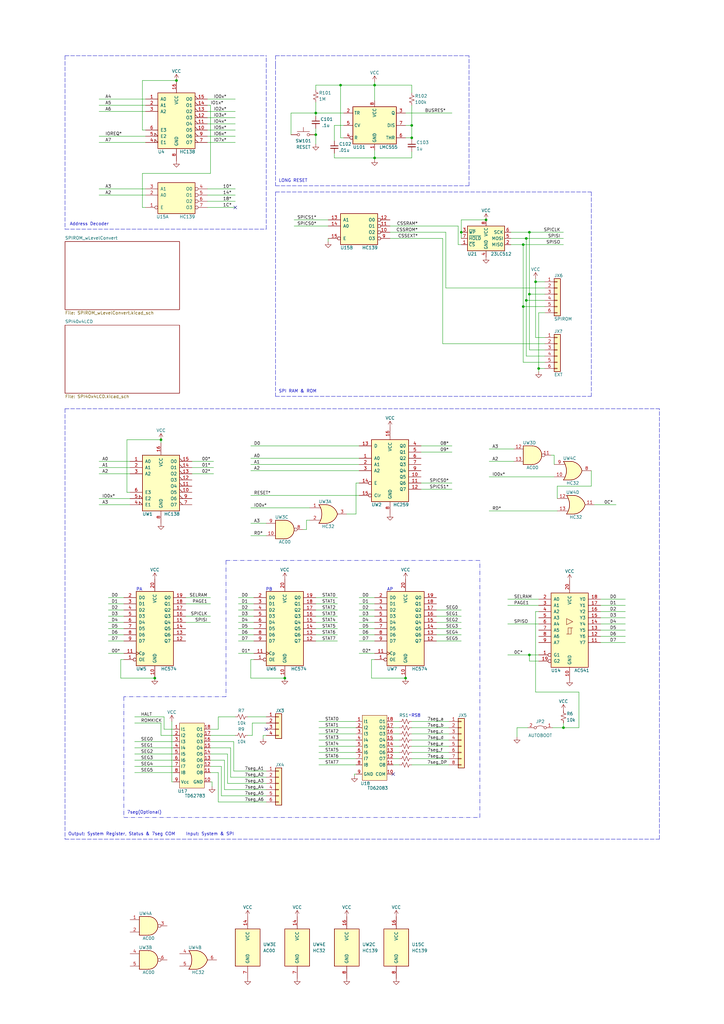
<source format=kicad_sch>
(kicad_sch (version 20211123) (generator eeschema)
  (paper "A3" portrait)
  (junction (at 215.9 123.19))
  (junction (at 66.04 180.34))
  (junction (at 129.54 55.245))
  (junction (at 217.17 120.65))
  (junction (at 72.39 33.02))
  (junction (at 166.37 278.13))
  (junction (at 153.67 34.925))
  (junction (at 215.9 97.79))
  (junction (at 214.63 100.33))
  (junction (at 139.7 34.925))
  (junction (at 217.17 95.25))
  (junction (at 129.54 46.355))
  (junction (at 219.71 115.57))
  (junction (at 231.14 298.45))
  (junction (at 116.84 278.13))
  (junction (at 189.23 95.25))
  (junction (at 199.39 90.17))
  (junction (at 63.5 278.13))
  (junction (at 220.98 151.13))
  (junction (at 217.17 268.605))
  (junction (at 214.63 125.73))
  (junction (at 168.91 56.515))
  (junction (at 168.91 51.435))
  (junction (at 153.67 64.77))
  (no_connect (at 161.29 317.5))
  (no_connect (at 109.22 299.085))
  (no_connect (at 96.52 85.09))
  (wire (pts (xy 189.23 252.73) (xy 179.07 252.73)))
  (wire (pts (xy 109.22 321.31) (xy 93.345 321.31)))
  (wire (pts (xy 85.09 55.88) (xy 96.52 55.88)))
  (wire (pts (xy 130.81 306.07) (xy 146.05 306.07)))
  (wire (pts (xy 129.54 36.83) (xy 129.54 34.925)))
  (wire (pts (xy 55.245 294.005) (xy 67.31 294.005)))
  (wire (pts (xy 137.16 64.77) (xy 153.67 64.77)))
  (wire (pts (xy 160.02 92.71) (xy 187.96 92.71)))
  (polyline (pts (xy 113.03 162.56) (xy 242.57 162.56)))
  (wire (pts (xy 101.6 294.005) (xy 109.22 294.005)))
  (wire (pts (xy 52.07 180.34) (xy 66.04 180.34)))
  (wire (pts (xy 147.32 252.73) (xy 153.67 252.73)))
  (wire (pts (xy 147.32 257.81) (xy 153.67 257.81)))
  (wire (pts (xy 129.54 257.81) (xy 138.43 257.81)))
  (wire (pts (xy 187.96 92.71) (xy 187.96 100.33)))
  (polyline (pts (xy 242.57 78.74) (xy 242.57 162.56)))
  (wire (pts (xy 89.535 316.865) (xy 89.535 328.93)))
  (wire (pts (xy 125.73 217.17) (xy 125.73 213.36)))
  (wire (pts (xy 223.52 115.57) (xy 219.71 115.57)))
  (wire (pts (xy 161.29 303.53) (xy 163.83 303.53)))
  (wire (pts (xy 55.245 314.325) (xy 71.12 314.325)))
  (wire (pts (xy 44.45 255.27) (xy 50.8 255.27)))
  (wire (pts (xy 103.505 296.545) (xy 109.22 296.545)))
  (polyline (pts (xy 113.03 26.67) (xy 113.03 22.86)))
  (wire (pts (xy 220.98 151.13) (xy 223.52 151.13)))
  (wire (pts (xy 161.29 308.61) (xy 163.83 308.61)))
  (wire (pts (xy 44.45 257.81) (xy 50.8 257.81)))
  (wire (pts (xy 67.31 299.085) (xy 67.31 294.005)))
  (wire (pts (xy 97.79 260.35) (xy 104.14 260.35)))
  (wire (pts (xy 227.33 186.69) (xy 226.06 186.69)))
  (wire (pts (xy 44.45 262.89) (xy 50.8 262.89)))
  (wire (pts (xy 160.02 97.79) (xy 181.61 97.79)))
  (wire (pts (xy 130.81 298.45) (xy 146.05 298.45)))
  (polyline (pts (xy 92.71 229.87) (xy 92.71 285.75)) (stroke (width 0) (type dash_dot)))
  (wire (pts (xy 107.95 301.625) (xy 107.95 302.895)))
  (wire (pts (xy 189.23 257.81) (xy 179.07 257.81)))
  (wire (pts (xy 189.23 260.35) (xy 179.07 260.35)))
  (wire (pts (xy 102.87 203.2) (xy 147.32 203.2)))
  (wire (pts (xy 152.4 278.13) (xy 166.37 278.13)))
  (wire (pts (xy 161.29 300.99) (xy 163.83 300.99)))
  (wire (pts (xy 184.15 298.45) (xy 168.91 298.45)))
  (wire (pts (xy 217.17 271.145) (xy 220.98 271.145)))
  (wire (pts (xy 85.09 40.64) (xy 96.52 40.64)))
  (wire (pts (xy 223.52 138.43) (xy 219.71 138.43)))
  (wire (pts (xy 89.535 328.93) (xy 109.22 328.93)))
  (wire (pts (xy 129.54 255.27) (xy 138.43 255.27)))
  (wire (pts (xy 217.17 268.605) (xy 217.17 271.145)))
  (wire (pts (xy 168.91 43.18) (xy 168.91 51.435)))
  (wire (pts (xy 129.54 252.73) (xy 138.43 252.73)))
  (wire (pts (xy 217.17 120.65) (xy 217.17 95.25)))
  (wire (pts (xy 92.075 311.785) (xy 92.075 323.85)))
  (wire (pts (xy 103.505 301.625) (xy 101.6 301.625)))
  (wire (pts (xy 172.72 185.42) (xy 185.42 185.42)))
  (wire (pts (xy 129.54 247.65) (xy 138.43 247.65)))
  (wire (pts (xy 168.91 38.1) (xy 168.91 34.925)))
  (wire (pts (xy 50.8 270.51) (xy 49.53 270.51)))
  (wire (pts (xy 102.87 270.51) (xy 102.87 278.13)))
  (wire (pts (xy 40.64 55.88) (xy 59.69 55.88)))
  (wire (pts (xy 185.42 198.12) (xy 172.72 198.12)))
  (wire (pts (xy 184.15 306.07) (xy 168.91 306.07)))
  (wire (pts (xy 147.32 245.11) (xy 153.67 245.11)))
  (wire (pts (xy 189.23 95.25) (xy 189.23 90.17)))
  (wire (pts (xy 215.9 97.79) (xy 215.9 123.19)))
  (polyline (pts (xy 26.67 93.98) (xy 109.22 93.98)))
  (wire (pts (xy 129.54 250.19) (xy 138.43 250.19)))
  (wire (pts (xy 209.55 97.79) (xy 215.9 97.79)))
  (wire (pts (xy 130.81 295.91) (xy 146.05 295.91)))
  (wire (pts (xy 119.38 46.355) (xy 119.38 55.245)))
  (polyline (pts (xy 26.67 22.86) (xy 26.67 93.98)))
  (wire (pts (xy 168.91 34.925) (xy 153.67 34.925)))
  (wire (pts (xy 161.29 298.45) (xy 163.83 298.45)))
  (wire (pts (xy 95.885 304.165) (xy 95.885 316.23)))
  (polyline (pts (xy 26.67 344.17) (xy 270.51 344.17)))
  (wire (pts (xy 231.14 296.545) (xy 231.14 298.45)))
  (wire (pts (xy 228.6 199.39) (xy 242.57 199.39)))
  (wire (pts (xy 134.62 97.79) (xy 134.62 99.06)))
  (wire (pts (xy 129.54 46.355) (xy 129.54 47.625)))
  (wire (pts (xy 86.995 320.675) (xy 86.995 322.58)))
  (wire (pts (xy 231.14 298.45) (xy 237.49 298.45)))
  (wire (pts (xy 102.87 208.28) (xy 127 208.28)))
  (wire (pts (xy 231.14 298.45) (xy 226.695 298.45)))
  (wire (pts (xy 40.64 189.23) (xy 53.34 189.23)))
  (wire (pts (xy 161.29 306.07) (xy 163.83 306.07)))
  (wire (pts (xy 153.67 34.925) (xy 153.67 41.275)))
  (wire (pts (xy 153.67 64.77) (xy 168.91 64.77)))
  (polyline (pts (xy 113.03 78.74) (xy 113.03 162.56)))
  (wire (pts (xy 129.54 46.355) (xy 140.97 46.355)))
  (wire (pts (xy 58.42 53.34) (xy 58.42 33.02)))
  (wire (pts (xy 246.38 248.285) (xy 256.54 248.285)))
  (wire (pts (xy 71.12 301.625) (xy 66.04 301.625)))
  (wire (pts (xy 40.64 58.42) (xy 59.69 58.42)))
  (wire (pts (xy 86.36 306.705) (xy 94.615 306.705)))
  (wire (pts (xy 152.4 270.51) (xy 152.4 278.13)))
  (wire (pts (xy 160.02 95.25) (xy 182.88 95.25)))
  (wire (pts (xy 129.54 260.35) (xy 138.43 260.35)))
  (wire (pts (xy 223.52 146.05) (xy 215.9 146.05)))
  (wire (pts (xy 40.64 77.47) (xy 59.69 77.47)))
  (polyline (pts (xy 50.8 285.75) (xy 50.8 335.28)) (stroke (width 0) (type dash_dot)))
  (wire (pts (xy 200.66 184.15) (xy 210.82 184.15)))
  (wire (pts (xy 85.09 45.72) (xy 96.52 45.72)))
  (wire (pts (xy 189.23 262.89) (xy 179.07 262.89)))
  (wire (pts (xy 86.36 309.245) (xy 93.345 309.245)))
  (wire (pts (xy 181.61 97.79) (xy 181.61 140.97)))
  (wire (pts (xy 147.32 250.19) (xy 153.67 250.19)))
  (wire (pts (xy 85.09 82.55) (xy 96.52 82.55)))
  (polyline (pts (xy 270.51 344.17) (xy 270.51 167.64)))
  (wire (pts (xy 137.16 62.865) (xy 137.16 64.77)))
  (wire (pts (xy 219.71 250.825) (xy 220.98 250.825)))
  (wire (pts (xy 78.74 191.77) (xy 87.63 191.77)))
  (wire (pts (xy 86.36 304.165) (xy 95.885 304.165)))
  (wire (pts (xy 97.79 257.81) (xy 104.14 257.81)))
  (wire (pts (xy 242.57 199.39) (xy 242.57 193.04)))
  (wire (pts (xy 147.32 198.12) (xy 146.05 198.12)))
  (wire (pts (xy 184.15 313.69) (xy 168.91 313.69)))
  (wire (pts (xy 55.245 311.785) (xy 71.12 311.785)))
  (wire (pts (xy 182.88 95.25) (xy 182.88 118.11)))
  (polyline (pts (xy 92.71 285.75) (xy 50.8 285.75)) (stroke (width 0) (type dash_dot)))
  (wire (pts (xy 53.34 201.93) (xy 52.07 201.93)))
  (wire (pts (xy 227.33 186.69) (xy 227.33 190.5)))
  (wire (pts (xy 58.42 85.09) (xy 59.69 85.09)))
  (wire (pts (xy 189.23 250.19) (xy 179.07 250.19)))
  (wire (pts (xy 185.42 200.66) (xy 172.72 200.66)))
  (wire (pts (xy 219.71 283.845) (xy 237.49 283.845)))
  (wire (pts (xy 209.55 100.33) (xy 214.63 100.33)))
  (wire (pts (xy 119.38 46.355) (xy 129.54 46.355)))
  (wire (pts (xy 216.535 298.45) (xy 212.09 298.45)))
  (wire (pts (xy 130.81 300.99) (xy 146.05 300.99)))
  (wire (pts (xy 120.65 92.71) (xy 134.62 92.71)))
  (wire (pts (xy 78.74 189.23) (xy 87.63 189.23)))
  (wire (pts (xy 172.72 182.88) (xy 185.42 182.88)))
  (wire (pts (xy 55.245 304.165) (xy 71.12 304.165)))
  (wire (pts (xy 55.245 296.545) (xy 66.04 296.545)))
  (wire (pts (xy 217.17 143.51) (xy 217.17 120.65)))
  (wire (pts (xy 130.81 303.53) (xy 146.05 303.53)))
  (wire (pts (xy 94.615 318.77) (xy 109.22 318.77)))
  (wire (pts (xy 52.07 201.93) (xy 52.07 180.34)))
  (wire (pts (xy 86.36 71.12) (xy 58.42 71.12)))
  (wire (pts (xy 76.2 252.73) (xy 86.36 252.73)))
  (wire (pts (xy 182.88 118.11) (xy 223.52 118.11)))
  (wire (pts (xy 209.55 95.25) (xy 217.17 95.25)))
  (wire (pts (xy 189.23 97.79) (xy 189.23 95.25)))
  (wire (pts (xy 181.61 140.97) (xy 223.52 140.97)))
  (wire (pts (xy 208.28 245.745) (xy 220.98 245.745)))
  (wire (pts (xy 120.65 90.17) (xy 134.62 90.17)))
  (wire (pts (xy 161.29 313.69) (xy 163.83 313.69)))
  (wire (pts (xy 130.81 313.69) (xy 146.05 313.69)))
  (wire (pts (xy 184.15 295.91) (xy 168.91 295.91)))
  (wire (pts (xy 161.29 311.15) (xy 163.83 311.15)))
  (wire (pts (xy 147.32 262.89) (xy 153.67 262.89)))
  (wire (pts (xy 166.37 46.355) (xy 185.42 46.355)))
  (wire (pts (xy 237.49 283.845) (xy 237.49 298.45)))
  (wire (pts (xy 208.28 248.285) (xy 220.98 248.285)))
  (wire (pts (xy 44.45 252.73) (xy 50.8 252.73)))
  (wire (pts (xy 49.53 278.13) (xy 63.5 278.13)))
  (wire (pts (xy 200.66 195.58) (xy 227.33 195.58)))
  (wire (pts (xy 223.52 143.51) (xy 217.17 143.51)))
  (wire (pts (xy 153.67 33.655) (xy 153.67 34.925)))
  (wire (pts (xy 86.36 316.865) (xy 89.535 316.865)))
  (wire (pts (xy 85.09 85.09) (xy 96.52 85.09)))
  (wire (pts (xy 184.15 300.99) (xy 168.91 300.99)))
  (wire (pts (xy 86.36 299.085) (xy 89.535 299.085)))
  (wire (pts (xy 66.04 301.625) (xy 66.04 296.545)))
  (wire (pts (xy 129.54 52.705) (xy 129.54 55.245)))
  (wire (pts (xy 129.54 34.925) (xy 139.7 34.925)))
  (wire (pts (xy 214.63 125.73) (xy 214.63 100.33)))
  (wire (pts (xy 58.42 71.12) (xy 58.42 85.09)))
  (wire (pts (xy 246.38 263.525) (xy 256.54 263.525)))
  (wire (pts (xy 40.64 40.64) (xy 59.69 40.64)))
  (wire (pts (xy 44.45 245.11) (xy 50.8 245.11)))
  (wire (pts (xy 166.37 56.515) (xy 168.91 56.515)))
  (wire (pts (xy 71.12 320.675) (xy 70.485 320.675)))
  (wire (pts (xy 89.535 299.085) (xy 89.535 294.005)))
  (wire (pts (xy 55.245 316.865) (xy 71.12 316.865)))
  (wire (pts (xy 90.805 326.39) (xy 90.805 314.325)))
  (polyline (pts (xy 50.8 335.28) (xy 196.85 335.28)) (stroke (width 0) (type dash_dot)))
  (polyline (pts (xy 113.03 26.67) (xy 113.03 76.2)))
  (wire (pts (xy 40.64 80.01) (xy 59.69 80.01)))
  (wire (pts (xy 40.64 45.72) (xy 59.69 45.72)))
  (wire (pts (xy 145.415 317.5) (xy 145.415 318.135)))
  (wire (pts (xy 147.32 247.65) (xy 153.67 247.65)))
  (wire (pts (xy 187.96 100.33) (xy 189.23 100.33)))
  (wire (pts (xy 208.28 268.605) (xy 217.17 268.605)))
  (wire (pts (xy 85.09 77.47) (xy 96.52 77.47)))
  (polyline (pts (xy 92.71 229.87) (xy 196.85 229.87)) (stroke (width 0) (type dash_dot)))
  (wire (pts (xy 85.09 48.26) (xy 96.52 48.26)))
  (wire (pts (xy 130.81 308.61) (xy 146.05 308.61)))
  (wire (pts (xy 184.15 308.61) (xy 168.91 308.61)))
  (wire (pts (xy 168.91 57.15) (xy 168.91 56.515)))
  (wire (pts (xy 86.36 311.785) (xy 92.075 311.785)))
  (wire (pts (xy 102.87 278.13) (xy 116.84 278.13)))
  (wire (pts (xy 97.79 267.97) (xy 104.14 267.97)))
  (wire (pts (xy 129.54 55.245) (xy 129.54 59.055)))
  (wire (pts (xy 246.38 250.825) (xy 256.54 250.825)))
  (wire (pts (xy 139.7 34.925) (xy 153.67 34.925)))
  (wire (pts (xy 55.245 306.705) (xy 71.12 306.705)))
  (wire (pts (xy 97.79 262.89) (xy 104.14 262.89)))
  (wire (pts (xy 208.28 255.905) (xy 220.98 255.905)))
  (wire (pts (xy 168.91 51.435) (xy 168.91 56.515)))
  (wire (pts (xy 246.38 245.745) (xy 256.54 245.745)))
  (wire (pts (xy 102.87 193.04) (xy 147.32 193.04)))
  (wire (pts (xy 97.79 247.65) (xy 104.14 247.65)))
  (polyline (pts (xy 26.67 22.86) (xy 109.22 22.86)))
  (wire (pts (xy 76.2 255.27) (xy 86.36 255.27)))
  (polyline (pts (xy 26.67 167.64) (xy 26.67 344.17)))
  (wire (pts (xy 92.075 323.85) (xy 109.22 323.85)))
  (wire (pts (xy 102.87 190.5) (xy 147.32 190.5)))
  (wire (pts (xy 147.32 255.27) (xy 153.67 255.27)))
  (wire (pts (xy 40.64 204.47) (xy 53.34 204.47)))
  (wire (pts (xy 129.54 245.11) (xy 138.43 245.11)))
  (wire (pts (xy 86.36 43.18) (xy 86.36 71.12)))
  (wire (pts (xy 220.98 151.13) (xy 220.98 152.4)))
  (wire (pts (xy 85.09 80.01) (xy 96.52 80.01)))
  (wire (pts (xy 215.9 97.79) (xy 231.14 97.79)))
  (wire (pts (xy 168.91 62.23) (xy 168.91 64.77)))
  (wire (pts (xy 153.67 270.51) (xy 152.4 270.51)))
  (wire (pts (xy 44.45 260.35) (xy 50.8 260.35)))
  (wire (pts (xy 246.38 258.445) (xy 256.54 258.445)))
  (wire (pts (xy 200.66 209.55) (xy 228.6 209.55)))
  (wire (pts (xy 86.36 301.625) (xy 96.52 301.625)))
  (wire (pts (xy 85.09 53.34) (xy 96.52 53.34)))
  (wire (pts (xy 40.64 194.31) (xy 53.34 194.31)))
  (wire (pts (xy 217.17 95.25) (xy 231.14 95.25)))
  (wire (pts (xy 243.84 207.01) (xy 252.73 207.01)))
  (wire (pts (xy 223.52 128.27) (xy 220.98 128.27)))
  (polyline (pts (xy 113.03 78.74) (xy 242.57 78.74)))
  (wire (pts (xy 137.16 51.435) (xy 137.16 57.785)))
  (wire (pts (xy 49.53 270.51) (xy 49.53 278.13)))
  (wire (pts (xy 59.69 53.34) (xy 58.42 53.34)))
  (wire (pts (xy 89.535 294.005) (xy 96.52 294.005)))
  (wire (pts (xy 153.67 65.405) (xy 153.67 64.77)))
  (wire (pts (xy 97.79 250.19) (xy 104.14 250.19)))
  (wire (pts (xy 97.79 255.27) (xy 104.14 255.27)))
  (wire (pts (xy 189.23 90.17) (xy 199.39 90.17)))
  (wire (pts (xy 94.615 306.705) (xy 94.615 318.77)))
  (wire (pts (xy 78.74 194.31) (xy 87.63 194.31)))
  (wire (pts (xy 40.64 43.18) (xy 59.69 43.18)))
  (wire (pts (xy 129.54 41.91) (xy 129.54 46.355)))
  (wire (pts (xy 44.45 247.65) (xy 50.8 247.65)))
  (wire (pts (xy 102.87 182.88) (xy 147.32 182.88)))
  (wire (pts (xy 109.22 326.39) (xy 90.805 326.39)))
  (wire (pts (xy 97.79 245.11) (xy 104.14 245.11)))
  (wire (pts (xy 93.345 321.31) (xy 93.345 309.245)))
  (wire (pts (xy 246.38 253.365) (xy 256.54 253.365)))
  (wire (pts (xy 109.22 301.625) (xy 107.95 301.625)))
  (wire (pts (xy 140.97 56.515) (xy 139.7 56.515)))
  (polyline (pts (xy 196.85 335.28) (xy 196.85 229.87)) (stroke (width 0) (type dash_dot)))
  (wire (pts (xy 146.05 317.5) (xy 145.415 317.5)))
  (wire (pts (xy 220.98 128.27) (xy 220.98 151.13)))
  (wire (pts (xy 184.15 311.15) (xy 168.91 311.15)))
  (wire (pts (xy 86.36 320.675) (xy 86.995 320.675)))
  (wire (pts (xy 86.36 314.325) (xy 90.805 314.325)))
  (polyline (pts (xy 192.405 76.2) (xy 192.405 22.86)))
  (wire (pts (xy 219.71 138.43) (xy 219.71 115.57)))
  (wire (pts (xy 97.79 252.73) (xy 104.14 252.73)))
  (wire (pts (xy 102.87 214.63) (xy 109.22 214.63)))
  (wire (pts (xy 129.54 262.89) (xy 138.43 262.89)))
  (wire (pts (xy 85.09 50.8) (xy 96.52 50.8)))
  (wire (pts (xy 214.63 100.33) (xy 231.14 100.33)))
  (wire (pts (xy 104.14 270.51) (xy 102.87 270.51)))
  (polyline (pts (xy 113.03 76.2) (xy 192.405 76.2)))
  (wire (pts (xy 228.6 204.47) (xy 228.6 199.39)))
  (wire (pts (xy 147.32 260.35) (xy 153.67 260.35)))
  (wire (pts (xy 124.46 217.17) (xy 125.73 217.17)))
  (wire (pts (xy 219.71 115.57) (xy 219.71 114.3)))
  (wire (pts (xy 223.52 120.65) (xy 217.17 120.65)))
  (wire (pts (xy 189.23 255.27) (xy 179.07 255.27)))
  (wire (pts (xy 44.45 267.97) (xy 50.8 267.97)))
  (wire (pts (xy 246.38 255.905) (xy 256.54 255.905)))
  (wire (pts (xy 215.9 146.05) (xy 215.9 123.19)))
  (wire (pts (xy 200.66 189.23) (xy 210.82 189.23)))
  (wire (pts (xy 70.485 295.91) (xy 70.485 320.675)))
  (wire (pts (xy 102.87 187.96) (xy 147.32 187.96)))
  (wire (pts (xy 142.24 210.82) (xy 146.05 210.82)))
  (wire (pts (xy 140.97 51.435) (xy 137.16 51.435)))
  (wire (pts (xy 125.73 213.36) (xy 127 213.36)))
  (wire (pts (xy 130.81 311.15) (xy 146.05 311.15)))
  (wire (pts (xy 146.05 198.12) (xy 146.05 210.82)))
  (wire (pts (xy 103.505 296.545) (xy 103.505 301.625)))
  (wire (pts (xy 219.71 250.825) (xy 219.71 283.845)))
  (wire (pts (xy 102.87 219.71) (xy 109.22 219.71)))
  (wire (pts (xy 246.38 260.985) (xy 256.54 260.985)))
  (wire (pts (xy 147.32 267.97) (xy 153.67 267.97)))
  (wire (pts (xy 217.17 268.605) (xy 220.98 268.605)))
  (wire (pts (xy 85.09 43.18) (xy 86.36 43.18)))
  (wire (pts (xy 55.245 309.245) (xy 71.12 309.245)))
  (wire (pts (xy 166.37 51.435) (xy 168.91 51.435)))
  (wire (pts (xy 58.42 33.02) (xy 72.39 33.02)))
  (polyline (pts (xy 109.22 93.98) (xy 109.22 22.86)))
  (wire (pts (xy 76.2 247.65) (xy 86.36 247.65)))
  (wire (pts (xy 44.45 250.19) (xy 50.8 250.19)))
  (wire (pts (xy 214.63 148.59) (xy 214.63 125.73)))
  (wire (pts (xy 76.2 245.11) (xy 86.36 245.11)))
  (wire (pts (xy 223.52 148.59) (xy 214.63 148.59)))
  (wire (pts (xy 153.67 61.595) (xy 153.67 64.77)))
  (wire (pts (xy 184.15 303.53) (xy 168.91 303.53)))
  (wire (pts (xy 95.885 316.23) (xy 109.22 316.23)))
  (wire (pts (xy 40.64 191.77) (xy 53.34 191.77)))
  (wire (pts (xy 40.64 207.01) (xy 53.34 207.01)))
  (polyline (pts (xy 113.03 22.86) (xy 115.57 22.86)))
  (polyline (pts (xy 26.67 167.64) (xy 270.51 167.64)))
  (wire (pts (xy 161.29 295.91) (xy 163.83 295.91)))
  (polyline (pts (xy 192.405 22.86) (xy 114.935 22.86)))
  (wire (pts (xy 66.04 180.34) (xy 66.04 181.61)))
  (wire (pts (xy 212.09 298.45) (xy 212.09 302.26)))
  (wire (pts (xy 214.63 125.73) (xy 223.52 125.73)))
  (wire (pts (xy 223.52 123.19) (xy 215.9 123.19)))
  (wire (pts (xy 85.09 58.42) (xy 96.52 58.42)))
  (wire (pts (xy 71.12 299.085) (xy 67.31 299.085)))
  (wire (pts (xy 139.7 56.515) (xy 139.7 34.925)))
  (text "SPI RAM & ROM" (at 114.3 161.29 0) (effects (font (size 1.27 1.27)) (justify left bottom)))
  (text "AP" (at 161.29 242.57 180) (effects (font (size 1.27 1.27)) (justify right bottom)))
  (text "Output: System Register, Status & 7seg COM" (at 27.94 342.9 0) (effects (font (size 1.27 1.27)) (justify left bottom)))
  (text "PA" (at 58.42 242.57 180) (effects (font (size 1.27 1.27)) (justify right bottom)))
  (text "LONG RESET" (at 114.3 74.93 0) (effects (font (size 1.27 1.27)) (justify left bottom)))
  (text "PB" (at 111.76 242.57 180) (effects (font (size 1.27 1.27)) (justify right bottom)))
  (text "Input: System & SPI" (at 76.2 342.9 0) (effects (font (size 1.27 1.27)) (justify left bottom)))
  (text "～RS8" (at 167.3606 294.3352 0) (effects (font (size 1.27 1.27)) (justify left bottom)))
  (text "Address Decoder" (at 28.575 92.71 0) (effects (font (size 1.27 1.27)) (justify left bottom)))
  (text "7seg(Optional)" (at 52.07 334.01 0) (effects (font (size 1.27 1.27)) (justify left bottom)))
  (label "SPICS1*" (at 184.15 200.66 180))
  (label "CSSEXT*" (at 171.45 97.79 180))
  (label "A0" (at 104.14 187.96 0))
  (label "A2" (at 41.91 194.31 0))
  (label "01*" (at 99.06 267.97 0))
  (label "A7" (at 43.18 58.42 0))
  (label "D4" (at 45.72 255.27 0))
  (label "D1" (at 148.59 247.65 0))
  (label "SEG1" (at 187.96 252.73 180))
  (label "PAGE1" (at 210.82 248.285 0))
  (label "7seg_DP" (at 175.26 313.69 0))
  (label "IO0x*" (at 41.91 204.47 0))
  (label "SPICLK" (at 85.09 252.73 180))
  (label "SEG0" (at 187.96 250.19 180))
  (label "A2" (at 104.14 193.04 0))
  (label "SEG2" (at 57.785 309.245 0))
  (label "IO0x*" (at 104.14 208.28 0))
  (label "09*" (at 184.15 185.42 180))
  (label "IO3x*" (at 87.63 48.26 0))
  (label "A4" (at 43.18 40.64 0))
  (label "STAT6" (at 133.35 311.15 0))
  (label "SEG3" (at 57.785 311.785 0))
  (label "D2" (at 99.06 250.19 0))
  (label "SEG4" (at 187.96 260.35 180))
  (label "SEG0" (at 57.785 304.165 0))
  (label "SPICS1*" (at 121.92 90.17 0))
  (label "STAT3" (at 133.35 303.53 0))
  (label "STAT2" (at 133.35 300.99 0))
  (label "IO4x*" (at 87.63 50.8 0))
  (label "CSSROM*" (at 171.45 95.25 180))
  (label "STAT0" (at 132.08 245.11 0))
  (label "D2" (at 45.72 250.19 0))
  (label "SEG2" (at 187.96 255.27 180))
  (label "7seg_g" (at 175.26 311.15 0))
  (label "IO0x*" (at 87.63 40.64 0))
  (label "SEG3" (at 187.96 257.81 180))
  (label "SEG4" (at 57.785 314.325 0))
  (label "01*" (at 86.36 191.77 180))
  (label "00*" (at 86.36 189.23 180))
  (label "D0" (at 104.14 182.88 0))
  (label "7seg_c" (at 175.26 300.99 0))
  (label "STAT2" (at 132.08 250.19 0))
  (label "CSSRAM*" (at 171.45 92.71 180))
  (label "IO7x*" (at 87.63 58.42 0))
  (label "08*" (at 184.15 182.88 180))
  (label "D1" (at 45.72 247.65 0))
  (label "IO1x*" (at 86.36 43.18 0))
  (label "7seg_A6" (at 100.33 328.93 0))
  (label "D3" (at 148.59 252.73 0))
  (label "A2" (at 201.93 189.23 0))
  (label "D3" (at 99.06 252.73 0))
  (label "RD*" (at 104.14 219.71 0))
  (label "ROMKICK" (at 57.785 296.545 0))
  (label "14*" (at 91.44 80.01 0))
  (label "STAT6" (at 132.08 260.35 0))
  (label "STAT5" (at 133.35 308.61 0))
  (label "SPISI" (at 229.87 97.79 180))
  (label "A0" (at 41.91 189.23 0))
  (label "STAT1" (at 133.35 298.45 0))
  (label "STAT7" (at 132.08 262.89 0))
  (label "D1" (at 99.06 247.65 0))
  (label "D5" (at 45.72 257.81 0))
  (label "02*" (at 148.59 267.97 0))
  (label "A2" (at 43.18 80.01 0))
  (label "A3" (at 104.14 214.63 0))
  (label "D4" (at 250.19 255.905 0))
  (label "7seg_A1" (at 100.33 316.23 0))
  (label "D7" (at 148.59 262.89 0))
  (label "SEG5" (at 187.96 262.89 180))
  (label "A3" (at 201.93 184.15 0))
  (label "D4" (at 148.59 255.27 0))
  (label "D1" (at 250.19 248.285 0))
  (label "D3" (at 250.19 253.365 0))
  (label "A3" (at 43.18 77.47 0))
  (label "A6" (at 43.18 45.72 0))
  (label "7seg_d" (at 175.26 303.53 0))
  (label "SPISO" (at 229.87 100.33 180))
  (label "D6" (at 45.72 260.35 0))
  (label "7seg_f" (at 175.26 308.61 0))
  (label "IOREQ*" (at 43.18 55.88 0))
  (label "D4" (at 99.06 255.27 0))
  (label "0C*" (at 251.46 207.01 180))
  (label "BUSRES*" (at 182.88 46.355 180))
  (label "STAT1" (at 132.08 247.65 0))
  (label "SPICS0*" (at 184.15 198.12 180))
  (label "SPICLK" (at 229.87 95.25 180))
  (label "D0" (at 99.06 245.11 0))
  (label "D7" (at 250.19 263.525 0))
  (label "7seg_A4" (at 100.33 323.85 0))
  (label "PAGE1" (at 85.09 247.65 180))
  (label "SEG5" (at 57.785 316.865 0))
  (label "A1" (at 41.91 191.77 0))
  (label "STAT3" (at 132.08 252.73 0))
  (label "A3" (at 41.91 207.01 0))
  (label "7seg_A5" (at 100.33 326.39 0))
  (label "SEG1" (at 57.785 306.705 0))
  (label "D6" (at 250.19 260.985 0))
  (label "A1" (at 104.14 190.5 0))
  (label "10*" (at 91.44 77.47 0))
  (label "7seg_A2" (at 100.33 318.77 0))
  (label "D2" (at 250.19 250.825 0))
  (label "7seg_e" (at 175.26 306.07 0))
  (label "IO2x*" (at 87.63 45.72 0))
  (label "RD*" (at 201.93 209.55 0))
  (label "D5" (at 148.59 257.81 0))
  (label "SPISO" (at 210.82 255.905 0))
  (label "7seg_a" (at 175.26 295.91 0))
  (label "D5" (at 99.06 257.81 0))
  (label "HALT" (at 57.785 294.005 0))
  (label "02*" (at 86.36 194.31 180))
  (label "0C*" (at 210.82 268.605 0))
  (label "STAT5" (at 132.08 257.81 0))
  (label "STAT4" (at 132.08 255.27 0))
  (label "IO5x*" (at 87.63 53.34 0))
  (label "1C*" (at 91.44 85.09 0))
  (label "RESET*" (at 104.14 203.2 0))
  (label "D0" (at 45.72 245.11 0))
  (label "IO0x*" (at 201.93 195.58 0))
  (label "D3" (at 45.72 252.73 0))
  (label "7seg_b" (at 175.26 298.45 0))
  (label "STAT7" (at 133.35 313.69 0))
  (label "D0" (at 148.59 245.11 0))
  (label "00*" (at 45.72 267.97 0))
  (label "18*" (at 91.44 82.55 0))
  (label "STAT0" (at 133.35 295.91 0))
  (label "IO6x*" (at 87.63 55.88 0))
  (label "D7" (at 99.06 262.89 0))
  (label "SPISI" (at 85.09 255.27 180))
  (label "A5" (at 43.18 43.18 0))
  (label "SELRAM" (at 85.09 245.11 180))
  (label "SPICS0*" (at 121.92 92.71 0))
  (label "D6" (at 148.59 260.35 0))
  (label "STAT4" (at 133.35 306.07 0))
  (label "D7" (at 45.72 262.89 0))
  (label "D2" (at 148.59 250.19 0))
  (label "SELRAM" (at 210.82 245.745 0))
  (label "D6" (at 99.06 260.35 0))
  (label "D0" (at 250.19 245.745 0))
  (label "7seg_A3" (at 100.33 321.31 0))
  (label "D5" (at 250.19 258.445 0))
  (symbol (lib_id "Device:R_Small_US") (at 166.37 303.53 90) (unit 1)
    (property "Reference" "RS4" (effects hide))
    (property "Value" "1k" (effects hide))
  )
  (symbol (lib_id "Device:R_Small_US") (at 166.37 306.07 90) (unit 1)
    (property "Reference" "RS5" (effects hide))
    (property "Value" "1k" (effects hide))
  )
  (symbol (lib_id "Device:R_Small_US") (at 166.37 311.15 90) (unit 1)
    (property "Reference" "RS7" (effects hide))
    (property "Value" "1k" (effects hide))
  )
  (symbol (lib_id "power:GND") (at 220.98 152.4 0) (unit 1)
    (property "Reference" "#PWR?" (effects hide))
    (property "Value" "GND" (effects hide))
  )
  (symbol (lib_id "Switch:SW_Push") (at 124.46 55.245 0) (unit 1)
    (property "Reference" "SW101" (at 124.46 57.785 0))
    (property "Value" "RESET" (at 124.46 60.325 0))
  )
  (symbol (lib_id "Device:C_Small") (at 129.54 50.165 0) (unit 1)
    (property "Reference" "C101" (at 131.445 48.895 0) (effects (justify left)))
    (property "Value" ".1u" (at 132.08 51.435 0) (effects (justify left)))
  )
  (symbol (lib_id "Connector_Generic:Conn_01x06") (at 228.6 143.51 0) (unit 1)
    (property "Reference" "JX?" (at 227.33 135.89 0) (effects (justify left)))
    (property "Value" "EXT" (at 227.33 153.67 0) (effects (justify left)))
  )
  (symbol (lib_id "Connector_Generic:Conn_01x06") (at 228.6 120.65 0) (unit 1)
    (property "Reference" "JX6" (at 227.33 113.03 0) (effects (justify left)))
    (property "Value" "SPIROM" (at 227.33 130.81 0) (effects (justify left)))
  )
  (symbol (lib_id "power:VCC") (at 121.92 375.92 0) (unit 1)
    (property "Reference" "#PWR?" (effects hide))
    (property "Value" "VCC" (at 121.92 372.11 0))
  )
  (symbol (lib_id "power:GND") (at 129.54 59.055 0) (unit 1)
    (property "Reference" "#PWR?" (effects hide))
    (property "Value" "GND" (effects hide))
  )
  (symbol (lib_id "Memory_EEPROM:25LCxxx") (at 199.39 97.79 0) (unit 1)
    (property "Reference" "U21" (at 191.77 104.14 0) (effects (justify left)))
    (property "Value" "23LC512" (at 201.295 104.14 0) (effects (justify left)))
    (property "Datasheet" "http://ww1.microchip.com/downloads/en/DeviceDoc/21832H.pdf" (effects hide))
  )
  (symbol (lib_id "74xx:74LS32") (at 81.28 393.7 0) (unit 2)
    (property "Reference" "UW4" (at 80.01 388.62 0))
    (property "Value" "HC32" (at 81.28 398.78 0))
    (property "Datasheet" "http://www.ti.com/lit/gpn/sn74LS32" (effects hide))
  )
  (symbol (lib_id "power:GND") (at 86.995 322.58 0) (unit 1)
    (property "Reference" "#PWR?" (effects hide))
    (property "Value" "GND" (effects hide))
  )
  (symbol (lib_id "74xx:74LS138") (at 66.04 196.85 0) (unit 1)
    (property "Reference" "UW1" (at 58.42 210.82 0) (effects (justify left)))
    (property "Value" "HC138" (at 67.31 210.82 0) (effects (justify left)))
    (property "Datasheet" "http://www.ti.com/lit/gpn/sn74LS138" (effects hide))
  )
  (symbol (lib_id "power:GND") (at 121.92 401.32 0) (unit 1)
    (property "Reference" "#PWR?" (effects hide))
    (property "Value" "GND" (effects hide))
  )
  (symbol (lib_id "Device:R_Small_US") (at 168.91 40.64 0) (unit 1)
    (property "Reference" "R102" (at 170.18 39.37 0) (effects (justify left)))
    (property "Value" "100k" (at 170.18 41.91 0) (effects (justify left)))
  )
  (symbol (lib_id "Toshiba_Sp:TD62x83") (at 153.67 306.07 0) (unit 1)
    (property "Reference" "U18" (at 149.86 321.31 0))
    (property "Value" "TD62083" (at 154.94 323.215 0))
  )
  (symbol (lib_id "power:GND") (at 134.62 99.06 0) (unit 1)
    (property "Reference" "#PWR?" (effects hide))
    (property "Value" "GND" (effects hide))
  )
  (symbol (lib_id "power:GND") (at 212.09 302.26 0) (mirror y) (unit 1)
    (property "Reference" "#PWR?" (effects hide))
    (property "Value" "GND" (effects hide))
  )
  (symbol (lib_id "power:VCC") (at 160.02 175.26 0) (unit 1)
    (property "Reference" "#PWR?" (effects hide))
    (property "Value" "VCC" (at 160.02 171.45 0))
  )
  (symbol (lib_id "74xx:74LS139") (at 147.32 92.71 0) (unit 2)
    (property "Reference" "U15" (at 142.24 101.6 0))
    (property "Value" "HC139" (at 151.765 101.6 0))
    (property "Datasheet" "http://www.ti.com/lit/ds/symlink/sn74ls139a.pdf" (effects hide))
  )
  (symbol (lib_id "74xx:74LS00") (at 218.44 186.69 0) (unit 4)
    (property "Reference" "UW3" (at 217.17 181.61 0))
    (property "Value" "AC00" (at 218.44 191.77 0))
    (property "Datasheet" "http://www.ti.com/lit/gpn/sn74ls00" (effects hide))
  )
  (symbol (lib_id "Device:R_Small_US") (at 129.54 39.37 0) (unit 1)
    (property "Reference" "R101" (at 130.81 38.1 0) (effects (justify left)))
    (property "Value" "1M" (at 130.81 40.64 0) (effects (justify left)))
  )
  (symbol (lib_id "74xx:74LS32") (at 134.62 210.82 0) (unit 1)
    (property "Reference" "UW3" (at 133.35 205.74 0))
    (property "Value" "HC32" (at 134.62 215.9 0))
    (property "Datasheet" "http://www.ti.com/lit/gpn/sn74LS32" (effects hide))
  )
  (symbol (lib_id "Device:R_Small_US") (at 99.06 294.005 90) (unit 1)
    (property "Reference" "R7" (at 100.33 291.465 90) (effects (justify left)))
    (property "Value" "10k" (at 100.965 296.545 90) (effects (justify left)))
  )
  (symbol (lib_id "power:VCC") (at 231.14 291.465 0) (unit 1)
    (property "Reference" "#PWR?" (effects hide))
    (property "Value" "VCC" (at 231.14 287.655 0))
  )
  (symbol (lib_id "Device:R_Small_US") (at 166.37 295.91 90) (unit 1)
    (property "Reference" "RS1" (at 167.64 293.37 90) (effects (justify left)))
    (property "Value" "1k" (effects hide))
  )
  (symbol (lib_id "power:GND") (at 145.415 318.135 0) (unit 1)
    (property "Reference" "#PWR?" (effects hide))
    (property "Value" "GND" (effects hide))
  )
  (symbol (lib_id "74xx:74LS32") (at 236.22 207.01 0) (unit 4)
    (property "Reference" "UW4" (at 234.95 201.93 0))
    (property "Value" "HC32" (at 236.22 212.09 0))
    (property "Datasheet" "http://www.ti.com/lit/gpn/sn74LS32" (effects hide))
  )
  (symbol (lib_id "74xx:74LS139") (at 72.39 80.01 0) (unit 1)
    (property "Reference" "U15" (at 66.675 88.9 0))
    (property "Value" "HC139" (at 76.835 88.9 0))
    (property "Datasheet" "http://www.ti.com/lit/ds/symlink/sn74ls139a.pdf" (effects hide))
  )
  (symbol (lib_id "power:VCC") (at 153.67 33.655 0) (unit 1)
    (property "Reference" "#PWR?" (effects hide))
    (property "Value" "VCC" (at 153.67 29.845 0))
  )
  (symbol (lib_id "Timer:LMC555xN") (at 153.67 51.435 0) (unit 1)
    (property "Reference" "U101" (at 144.78 60.325 0) (effects (justify left)))
    (property "Value" "LMC555" (at 155.575 60.325 0) (effects (justify left)))
    (property "Footprint" "Package_DIP:DIP-8_W7.62mm" (effects hide))
    (property "Datasheet" "http://www.ti.com/lit/ds/symlink/lmc555.pdf" (effects hide))
  )
  (symbol (lib_id "power:VCC") (at 72.39 33.02 0) (unit 1)
    (property "Reference" "#PWR?" (effects hide))
    (property "Value" "VCC" (at 72.39 29.21 0))
  )
  (symbol (lib_id "power:GND") (at 66.04 214.63 0) (unit 1)
    (property "Reference" "#PWR?" (effects hide))
    (property "Value" "GND" (effects hide))
  )
  (symbol (lib_id "power:GND") (at 162.56 401.32 0) (unit 1)
    (property "Reference" "#PWR?" (effects hide))
    (property "Value" "GND" (effects hide))
  )
  (symbol (lib_id "power:VCC") (at 142.24 375.92 0) (unit 1)
    (property "Reference" "#PWR?" (effects hide))
    (property "Value" "VCC" (at 142.24 372.11 0))
  )
  (symbol (lib_id "74xx:74LS139") (at 142.24 388.62 0) (unit 3)
    (property "Reference" "UW2" (at 148.59 387.3499 0) (effects (justify left)))
    (property "Value" "HC139" (at 148.59 389.8899 0) (effects (justify left)))
    (property "Datasheet" "http://www.ti.com/lit/ds/symlink/sn74ls139a.pdf" (effects hide))
  )
  (symbol (lib_id "power:VCC") (at 101.6 375.92 0) (unit 1)
    (property "Reference" "#PWR?" (effects hide))
    (property "Value" "VCC" (at 101.6 372.11 0))
  )
  (symbol (lib_id "power:VCC") (at 66.04 180.34 0) (unit 1)
    (property "Reference" "#PWR?" (effects hide))
    (property "Value" "VCC" (at 66.04 176.53 0))
  )
  (symbol (lib_id "74xx:74LS32") (at 121.92 388.62 0) (unit 5)
    (property "Reference" "UW4" (at 128.27 387.3499 0) (effects (justify left)))
    (property "Value" "HC32" (at 128.27 389.8899 0) (effects (justify left)))
    (property "Datasheet" "http://www.ti.com/lit/gpn/sn74LS32" (effects hide))
  )
  (symbol (lib_id "power:VCC") (at 199.39 90.17 0) (unit 1)
    (property "Reference" "#PWR?" (effects hide))
    (property "Value" "VCC" (at 199.39 86.36 0))
  )
  (symbol (lib_id "74xx:74LS00") (at 101.6 388.62 0) (unit 5)
    (property "Reference" "UW3" (at 107.95 387.3499 0) (effects (justify left)))
    (property "Value" "AC00" (at 107.95 389.8899 0) (effects (justify left)))
    (property "Datasheet" "http://www.ti.com/lit/gpn/sn74ls00" (effects hide))
  )
  (symbol (lib_id "power:VCC") (at 233.68 238.125 0) (unit 1)
    (property "Reference" "#PWR?" (effects hide))
    (property "Value" "VCC" (at 233.68 234.315 0))
  )
  (symbol (lib_id "power:GND") (at 199.39 105.41 0) (unit 1)
    (property "Reference" "#PWR?" (effects hide))
    (property "Value" "GND" (effects hide))
  )
  (symbol (lib_id "74xx:74LS00") (at 60.96 393.7 0) (unit 2)
    (property "Reference" "UW3" (at 59.69 388.62 0))
    (property "Value" "AC00" (at 60.96 398.78 0))
    (property "Datasheet" "http://www.ti.com/lit/gpn/sn74ls00" (effects hide))
  )
  (symbol (lib_id "power:GND") (at 142.24 401.32 0) (unit 1)
    (property "Reference" "#PWR?" (effects hide))
    (property "Value" "GND" (effects hide))
  )
  (symbol (lib_id "Toshiba_Sp:TD62783") (at 78.74 309.245 0) (unit 1)
    (property "Reference" "U17" (at 74.93 324.485 0))
    (property "Value" "TD62783" (at 80.01 326.39 0))
  )
  (symbol (lib_id "power:VCC") (at 162.56 375.92 0) (unit 1)
    (property "Reference" "#PWR?" (effects hide))
    (property "Value" "VCC" (at 162.56 372.11 0))
  )
  (symbol (lib_id "power:VCC") (at 70.485 295.91 0) (unit 1)
    (property "Reference" "#PWR?" (effects hide))
    (property "Value" "VCC" (at 70.485 292.1 0))
  )
  (symbol (lib_id "74xx:74LS00") (at 116.84 217.17 0) (unit 3)
    (property "Reference" "UW3" (at 115.57 212.09 0))
    (property "Value" "AC00" (at 116.84 222.25 0))
    (property "Datasheet" "http://www.ti.com/lit/gpn/sn74ls00" (effects hide))
  )
  (symbol (lib_id "power:VCC") (at 63.5 237.49 0) (unit 1)
    (property "Reference" "#PWR?" (effects hide))
    (property "Value" "VCC" (at 63.5 233.68 0))
  )
  (symbol (lib_id "power:GND") (at 166.37 278.13 0) (unit 1)
    (property "Reference" "#PWR?" (effects hide))
    (property "Value" "GND" (effects hide))
  )
  (symbol (lib_id "74xx:74LS574") (at 166.37 257.81 0) (unit 1)
    (property "Reference" "UW7" (at 158.75 274.32 0) (effects (justify left)))
    (property "Value" "HC574" (at 168.91 274.32 0) (effects (justify left)))
    (property "Datasheet" "http://www.ti.com/lit/gpn/sn74LS574" (effects hide))
  )
  (symbol (lib_id "Connector_Generic:Conn_01x08") (at 189.23 303.53 0) (unit 1)
    (property "Reference" "JX5" (at 187.96 293.37 0) (effects (justify left)))
    (property "Value" "Conn_01x08" (effects hide))
  )
  (symbol (lib_id "power:GND") (at 160.02 210.82 0) (unit 1)
    (property "Reference" "#PWR?" (effects hide))
    (property "Value" "GND" (effects hide))
  )
  (symbol (lib_id "Device:R_Small_US") (at 166.37 313.69 90) (unit 1)
    (property "Reference" "RS8" (effects hide))
    (property "Value" "1k" (effects hide))
  )
  (symbol (lib_id "74xx:74LS574") (at 116.84 257.81 0) (unit 1)
    (property "Reference" "UW6" (at 109.22 274.32 0) (effects (justify left)))
    (property "Value" "HC574" (at 119.38 274.32 0) (effects (justify left)))
    (property "Datasheet" "http://www.ti.com/lit/gpn/sn74LS574" (effects hide))
  )
  (symbol (lib_id "power:GND") (at 101.6 401.32 0) (unit 1)
    (property "Reference" "#PWR?" (effects hide))
    (property "Value" "GND" (effects hide))
  )
  (symbol (lib_id "Jumper:Jumper_2_Bridged") (at 221.615 298.45 0) (mirror y) (unit 1)
    (property "Reference" "JP2" (at 221.615 295.91 0))
    (property "Value" "AUTOBOOT" (at 221.615 301.625 0))
  )
  (symbol (lib_id "74xx:74LS32") (at 234.95 193.04 0) (unit 3)
    (property "Reference" "UW4" (at 233.68 187.96 0))
    (property "Value" "HC32" (at 234.95 198.12 0))
    (property "Datasheet" "http://www.ti.com/lit/gpn/sn74LS32" (effects hide))
  )
  (symbol (lib_id "74xx:74LS574") (at 63.5 257.81 0) (unit 1)
    (property "Reference" "UW5" (at 55.88 274.32 0) (effects (justify left)))
    (property "Value" "HC574" (at 66.04 274.32 0) (effects (justify left)))
    (property "Datasheet" "http://www.ti.com/lit/gpn/sn74LS574" (effects hide))
  )
  (symbol (lib_id "power:GND") (at 153.67 65.405 0) (unit 1)
    (property "Reference" "#PWR?" (effects hide))
    (property "Value" "GND" (effects hide))
  )
  (symbol (lib_id "Device:R_Small_US") (at 166.37 298.45 90) (unit 1)
    (property "Reference" "RS2" (effects hide))
    (property "Value" "1k" (effects hide))
  )
  (symbol (lib_id "power:VCC") (at 166.37 237.49 0) (unit 1)
    (property "Reference" "#PWR?" (effects hide))
    (property "Value" "VCC" (at 166.37 233.68 0))
  )
  (symbol (lib_id "74xx:74LS138") (at 72.39 48.26 0) (unit 1)
    (property "Reference" "U4" (at 64.77 62.23 0) (effects (justify left)))
    (property "Value" "HC138" (at 73.66 62.23 0) (effects (justify left)))
    (property "Datasheet" "http://www.ti.com/lit/gpn/sn74LS138" (effects hide))
  )
  (symbol (lib_id "Connector_Generic:Conn_01x04") (at 114.3 296.545 0) (unit 1)
    (property "Reference" "JX3" (at 113.03 291.465 0) (effects (justify left)))
    (property "Value" "Conn_01x04" (effects hide))
  )
  (symbol (lib_id "power:VCC") (at 219.71 114.3 0) (unit 1)
    (property "Reference" "#PWR?" (effects hide))
    (property "Value" "VCC" (at 219.71 110.49 0))
  )
  (symbol (lib_id "Device:R_Small_US") (at 166.37 308.61 90) (unit 1)
    (property "Reference" "RS6" (effects hide))
    (property "Value" "1k" (effects hide))
  )
  (symbol (lib_id "Device:C_Small") (at 137.16 60.325 0) (unit 1)
    (property "Reference" "C102" (at 139.065 59.055 0) (effects (justify left)))
    (property "Value" ".01u" (at 139.065 61.595 0) (effects (justify left)))
  )
  (symbol (lib_id "power:GND") (at 116.84 278.13 0) (unit 1)
    (property "Reference" "#PWR?" (effects hide))
    (property "Value" "GND" (effects hide))
  )
  (symbol (lib_id "74xx:74LS541") (at 233.68 258.445 0) (unit 1)
    (property "Reference" "U14" (at 226.06 274.955 0) (effects (justify left)))
    (property "Value" "AC541" (at 235.585 274.955 0) (effects (justify left)))
    (property "Datasheet" "http://www.ti.com/lit/gpn/sn74LS541" (effects hide))
  )
  (symbol (lib_id "Device:R_Small_US") (at 166.37 300.99 90) (unit 1)
    (property "Reference" "RS3" (effects hide))
    (property "Value" "1k" (effects hide))
  )
  (symbol (lib_id "power:VCC") (at 116.84 237.49 0) (unit 1)
    (property "Reference" "#PWR?" (effects hide))
    (property "Value" "VCC" (at 116.84 233.68 0))
  )
  (symbol (lib_id "74xx:74LS259") (at 160.02 193.04 0) (unit 1)
    (property "Reference" "UW2" (at 152.4 207.01 0) (effects (justify left)))
    (property "Value" "HC259" (at 161.29 207.01 0) (effects (justify left)))
    (property "Datasheet" "http://www.ti.com/lit/gpn/sn74LS259" (effects hide))
  )
  (symbol (lib_id "power:GND") (at 63.5 278.13 0) (unit 1)
    (property "Reference" "#PWR?" (effects hide))
    (property "Value" "GND" (effects hide))
  )
  (symbol (lib_id "74xx:74LS00") (at 60.96 379.73 0) (unit 1)
    (property "Reference" "UW4" (at 59.69 374.65 0))
    (property "Value" "AC00" (at 60.96 384.81 0))
    (property "Datasheet" "http://www.ti.com/lit/gpn/sn74ls00" (effects hide))
  )
  (symbol (lib_id "Connector_Generic:Conn_01x06") (at 114.3 321.31 0) (unit 1)
    (property "Reference" "JX4" (at 113.03 313.69 0) (effects (justify left)))
    (property "Value" "Conn_01x06" (effects hide))
  )
  (symbol (lib_id "power:GND") (at 72.39 66.04 0) (unit 1)
    (property "Reference" "#PWR?" (effects hide))
    (property "Value" "GND" (effects hide))
  )
  (symbol (lib_id "Device:R_Small_US") (at 231.14 294.005 0) (unit 1)
    (property "Reference" "R6" (at 232.41 292.735 0) (effects (justify left)))
    (property "Value" "10k" (at 232.41 295.275 0) (effects (justify left)))
  )
  (symbol (lib_id "Device:R_Small_US") (at 99.06 301.625 90) (unit 1)
    (property "Reference" "R9" (at 100.33 299.085 90) (effects (justify left)))
    (property "Value" "10k" (at 100.965 304.165 90) (effects (justify left)))
  )
  (symbol (lib_id "Device:C_Small") (at 168.91 59.69 0) (unit 1)
    (property "Reference" "C103" (at 170.815 58.42 0) (effects (justify left)))
    (property "Value" "1u" (at 170.815 60.96 0) (effects (justify left)))
  )
  (symbol (lib_id "power:GND") (at 107.95 302.895 0) (unit 1)
    (property "Reference" "#PWR?" (effects hide))
    (property "Value" "GND" (effects hide))
  )
  (symbol (lib_id "74xx:74LS139") (at 162.56 388.62 0) (unit 3)
    (property "Reference" "U15" (at 168.91 387.35 0) (effects (justify left)))
    (property "Value" "HC139" (at 168.91 389.89 0) (effects (justify left)))
    (property "Datasheet" "http://www.ti.com/lit/ds/symlink/sn74ls139a.pdf" (effects hide))
  )
  (symbol (lib_id "power:GND") (at 233.68 278.765 0) (unit 1)
    (property "Reference" "#PWR?" (effects hide))
    (property "Value" "GND" (effects hide))
  )
  (sheet (at 26.67 99.06) (size 46.99 27.94) (stroke (width 0.1524))
    (property "Sheet name" "SPIROM_wLevelConvert" (at 26.67 98.3484 0) (effects (justify left bottom)))
    (property "Sheet file" "SPIROM_wLevelConvert.kicad_sch" (at 26.67 127.5846 0) (effects (justify left top)))
  )
  (sheet (at 26.67 133.35) (size 46.99 27.94) (stroke (width 0.1524))
    (property "Sheet name" "SPI40x4LCD" (at 26.67 132.6384 0) (effects (justify left bottom)))
    (property "Sheet file" "SPI40x4LCD.kicad_sch" (at 26.67 161.8746 0) (effects (justify left top)))
  )
)
</source>
